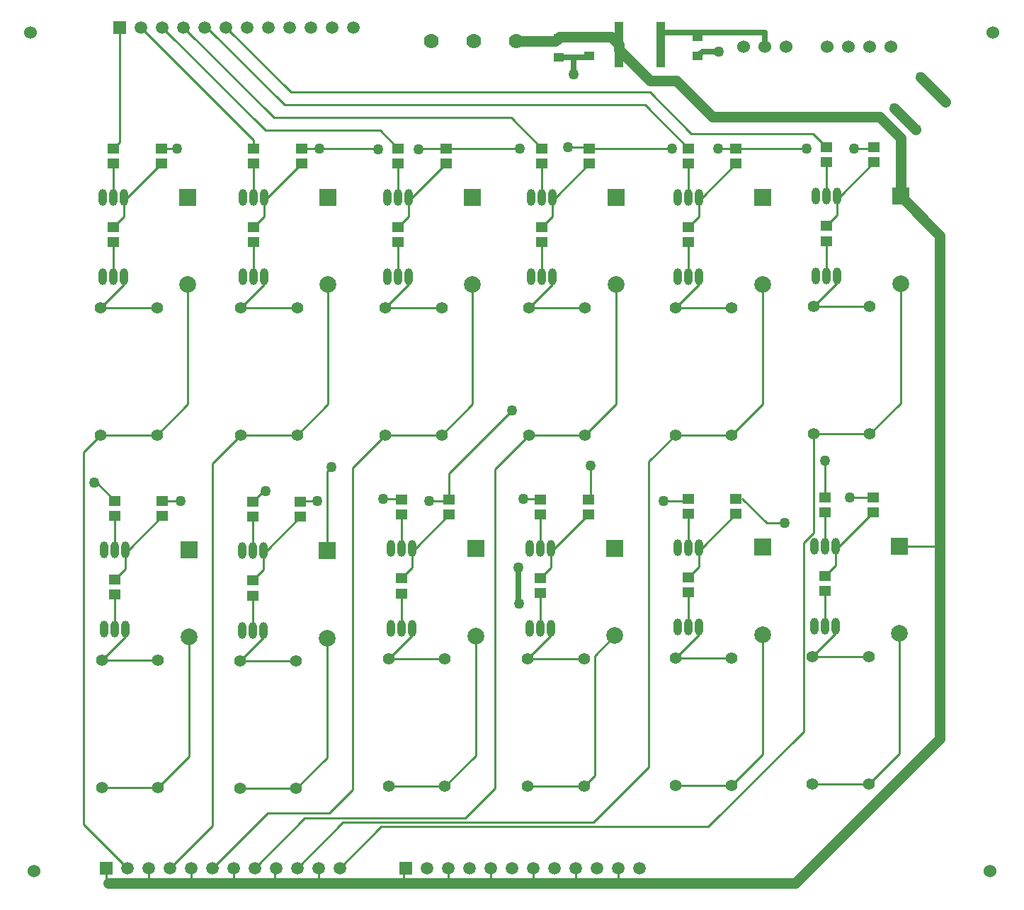
<source format=gtl>
G04 Layer_Physical_Order=1*
G04 Layer_Color=255*
%FSLAX25Y25*%
%MOIN*%
G70*
G01*
G75*
%ADD10R,0.05118X0.04331*%
%ADD11R,0.03937X0.21654*%
%ADD12R,0.05512X0.04724*%
%ADD13C,0.01000*%
%ADD14C,0.02500*%
%ADD15C,0.05000*%
%ADD16C,0.07000*%
%ADD17C,0.06000*%
%ADD18R,0.07874X0.07874*%
%ADD19C,0.07874*%
%ADD20C,0.05512*%
%ADD21O,0.03937X0.07874*%
%ADD22O,0.03937X0.07874*%
%ADD23R,0.05906X0.05906*%
%ADD24C,0.05906*%
%ADD25C,0.05000*%
D10*
X330000Y-16972D02*
D03*
Y-26028D02*
D03*
X264500Y-17472D02*
D03*
Y-26528D02*
D03*
X279000Y-16972D02*
D03*
Y-26028D02*
D03*
D11*
X312500Y-20500D02*
D03*
X292815D02*
D03*
D12*
X348000Y-69457D02*
D03*
Y-76543D02*
D03*
X325500Y-69457D02*
D03*
Y-76543D02*
D03*
X325500Y-106500D02*
D03*
Y-113587D02*
D03*
X211500Y-69457D02*
D03*
Y-76543D02*
D03*
X189000Y-69457D02*
D03*
Y-76543D02*
D03*
X189000Y-106500D02*
D03*
Y-113587D02*
D03*
X279000Y-69457D02*
D03*
Y-76543D02*
D03*
X256500Y-69457D02*
D03*
Y-76543D02*
D03*
X256500Y-106500D02*
D03*
Y-113587D02*
D03*
X143500Y-69457D02*
D03*
Y-76543D02*
D03*
X121000Y-69457D02*
D03*
Y-76543D02*
D03*
X121000Y-106500D02*
D03*
Y-113587D02*
D03*
X77500Y-69457D02*
D03*
Y-76543D02*
D03*
X55000Y-69457D02*
D03*
Y-76543D02*
D03*
X55000Y-106500D02*
D03*
Y-113587D02*
D03*
X55500Y-279587D02*
D03*
Y-272500D02*
D03*
X55500Y-242543D02*
D03*
Y-235457D02*
D03*
X78000Y-242543D02*
D03*
Y-235457D02*
D03*
X390500Y-113087D02*
D03*
Y-106000D02*
D03*
X390500Y-76043D02*
D03*
Y-68957D02*
D03*
X413000Y-76043D02*
D03*
Y-68957D02*
D03*
X190500Y-279087D02*
D03*
Y-272000D02*
D03*
X190500Y-242043D02*
D03*
Y-234957D02*
D03*
X213000Y-242043D02*
D03*
Y-234957D02*
D03*
X120500Y-280087D02*
D03*
Y-273000D02*
D03*
X120500Y-243043D02*
D03*
Y-235957D02*
D03*
X143000Y-243043D02*
D03*
Y-235957D02*
D03*
X390000Y-278043D02*
D03*
Y-270957D02*
D03*
X390000Y-241000D02*
D03*
Y-233913D02*
D03*
X412500Y-241000D02*
D03*
Y-233913D02*
D03*
X325500Y-278543D02*
D03*
Y-271457D02*
D03*
X325500Y-241500D02*
D03*
Y-234413D02*
D03*
X348000Y-241500D02*
D03*
Y-234413D02*
D03*
X256000Y-279043D02*
D03*
Y-271957D02*
D03*
X256000Y-242000D02*
D03*
Y-234913D02*
D03*
X278500Y-242000D02*
D03*
Y-234913D02*
D03*
D13*
X152000Y-69500D02*
X179913D01*
X143543D02*
X152000D01*
X180543Y-61000D02*
X189000Y-69457D01*
X213000Y-234957D02*
Y-222500D01*
X242500Y-193000D01*
X362500Y-246000D02*
X371000D01*
X350913Y-234413D02*
X362500Y-246000D01*
X379744Y-255339D02*
X384500Y-250583D01*
X379744Y-344256D02*
Y-255339D01*
X55000Y-69457D02*
X58000Y-66457D01*
X121000Y-69457D02*
Y-65500D01*
X242043Y-55000D02*
X256500Y-69457D01*
X384043Y-62500D02*
X390500Y-68957D01*
X279000Y-69457D02*
X317957D01*
X211500D02*
X246043D01*
X199043D02*
X211500D01*
X198500Y-70000D02*
X199043Y-69457D01*
X81500Y-408500D02*
X101500Y-388500D01*
Y-218000D01*
X115000Y-204500D01*
X101500Y-408500D02*
X127500Y-382500D01*
X156500D01*
X167500Y-371500D01*
Y-220000D01*
X183000Y-204500D01*
X121500Y-408500D02*
X145000Y-385000D01*
X220500D01*
X234500Y-371000D01*
Y-220500D01*
X250500Y-204500D01*
X141500Y-408500D02*
X163000Y-387000D01*
X281000D01*
X307000Y-361000D01*
X161500Y-408500D02*
X181000Y-389000D01*
X335000D01*
X379744Y-344256D01*
X384500Y-250583D02*
Y-204000D01*
X319500Y-144500D02*
X346000D01*
X319500Y-204500D02*
X346000D01*
X360500Y-190000D01*
X319500Y-144500D02*
X330500Y-133500D01*
X325500Y-106500D02*
X330500Y-101500D01*
X360500Y-190000D02*
Y-133591D01*
X325500Y-130043D02*
Y-113587D01*
X325500Y-92500D02*
Y-76543D01*
X330500Y-101500D02*
Y-92500D01*
X330500Y-133500D02*
Y-130043D01*
X183000Y-144500D02*
X209500D01*
X183000Y-204500D02*
X209500D01*
X195543Y-92500D02*
X211500Y-76543D01*
X183000Y-144500D02*
X194000Y-133500D01*
X189000Y-106500D02*
X194000Y-101500D01*
X189000Y-130043D02*
Y-113587D01*
X189000Y-92500D02*
Y-76543D01*
X194000Y-101500D02*
Y-92500D01*
X194000Y-133500D02*
Y-130043D01*
X250500Y-144500D02*
X277000D01*
X250500Y-204500D02*
X277000D01*
X263043Y-92500D02*
X279000Y-76543D01*
X277000Y-204500D02*
X291500Y-190000D01*
X250500Y-144500D02*
X261500Y-133500D01*
X256500Y-106500D02*
X261500Y-101500D01*
X291500Y-190000D02*
Y-133591D01*
X256500Y-130043D02*
Y-113587D01*
X256500Y-92500D02*
Y-76543D01*
X261500Y-101500D02*
Y-92500D01*
X261500Y-133500D02*
Y-130043D01*
X115000Y-144500D02*
X141500D01*
X115000Y-204500D02*
X141500D01*
X127543Y-92500D02*
X143500Y-76543D01*
X141500Y-204500D02*
X156000Y-190000D01*
X115000Y-144500D02*
X126000Y-133500D01*
X121000Y-106500D02*
X126000Y-101500D01*
X156000Y-190000D02*
Y-133591D01*
X121000Y-130043D02*
Y-113587D01*
X121000Y-92500D02*
Y-76543D01*
X126000Y-101500D02*
Y-92500D01*
X126000Y-133500D02*
Y-130043D01*
X49000Y-144500D02*
X75500D01*
X49000Y-204500D02*
X75500D01*
X61543Y-92500D02*
X77500Y-76543D01*
X75500Y-204500D02*
X90000Y-190000D01*
X49000Y-144500D02*
X60000Y-133500D01*
X55000Y-106500D02*
X60000Y-101500D01*
X90000Y-190000D02*
Y-133591D01*
X55000Y-130043D02*
Y-113587D01*
X55000Y-92500D02*
Y-76543D01*
X60000Y-101500D02*
Y-92500D01*
X60000Y-133500D02*
Y-130043D01*
X60500Y-299500D02*
Y-296043D01*
X60500Y-267500D02*
Y-258500D01*
X55500Y-258500D02*
Y-242543D01*
X55500Y-296043D02*
Y-279587D01*
X90500Y-356000D02*
Y-299590D01*
X55500Y-272500D02*
X60500Y-267500D01*
X49500Y-310500D02*
X60500Y-299500D01*
X76000Y-370500D02*
X90500Y-356000D01*
X62043Y-258500D02*
X78000Y-242543D01*
X49500Y-370500D02*
X76000D01*
X49500Y-310500D02*
X76000D01*
X395500Y-133000D02*
Y-129543D01*
X395500Y-101000D02*
Y-92000D01*
X390500Y-92000D02*
Y-76043D01*
X390500Y-129543D02*
Y-113087D01*
X425500Y-189500D02*
Y-133091D01*
X390500Y-106000D02*
X395500Y-101000D01*
X384500Y-144000D02*
X395500Y-133000D01*
X411000Y-204000D02*
X425500Y-189500D01*
X397043Y-92000D02*
X413000Y-76043D01*
X384500Y-204000D02*
X411000D01*
X384500Y-144000D02*
X411000D01*
X195500Y-299000D02*
Y-295543D01*
X195500Y-267000D02*
Y-258000D01*
X190500Y-258000D02*
Y-242043D01*
X190500Y-295543D02*
Y-279087D01*
X225500Y-355500D02*
Y-299091D01*
X190500Y-272000D02*
X195500Y-267000D01*
X184500Y-310000D02*
X195500Y-299000D01*
X211000Y-370000D02*
X225500Y-355500D01*
X197043Y-258000D02*
X213000Y-242043D01*
X184500Y-370000D02*
X211000D01*
X184500Y-310000D02*
X211000D01*
X125500Y-300000D02*
Y-296543D01*
X125500Y-268000D02*
Y-259000D01*
X120500Y-259000D02*
Y-243043D01*
X120500Y-296543D02*
Y-280087D01*
X155500Y-356500D02*
Y-300091D01*
X120500Y-273000D02*
X125500Y-268000D01*
X114500Y-311000D02*
X125500Y-300000D01*
X141000Y-371000D02*
X155500Y-356500D01*
X127043Y-259000D02*
X143000Y-243043D01*
X114500Y-371000D02*
X141000D01*
X114500Y-311000D02*
X141000D01*
X395000Y-297957D02*
Y-294500D01*
X395000Y-265957D02*
Y-256957D01*
X390000Y-256957D02*
Y-241000D01*
X390000Y-294500D02*
Y-278043D01*
X425000Y-354457D02*
Y-298047D01*
X390000Y-270957D02*
X395000Y-265957D01*
X384000Y-308957D02*
X395000Y-297957D01*
X410500Y-368957D02*
X425000Y-354457D01*
X396543Y-256957D02*
X412500Y-241000D01*
X384000Y-368957D02*
X410500D01*
X384000Y-308957D02*
X410500D01*
X330500Y-298457D02*
Y-295000D01*
X330500Y-266457D02*
Y-257457D01*
X325500Y-257457D02*
Y-241500D01*
X325500Y-295000D02*
Y-278543D01*
X360500Y-354957D02*
Y-298547D01*
X325500Y-271457D02*
X330500Y-266457D01*
X319500Y-309457D02*
X330500Y-298457D01*
X346000Y-369457D02*
X360500Y-354957D01*
X332043Y-257457D02*
X348000Y-241500D01*
X319500Y-369457D02*
X346000D01*
X319500Y-309457D02*
X346000D01*
X256000Y-257957D02*
Y-242000D01*
X256000Y-295500D02*
Y-279043D01*
X281500Y-364957D02*
Y-308547D01*
X276500Y-369957D02*
X281500Y-364957D01*
X262543Y-257957D02*
X278500Y-242000D01*
X250000Y-369957D02*
X276500D01*
X250000Y-309957D02*
X276500D01*
X281500Y-308547D02*
X291000Y-299047D01*
X261000Y-266957D02*
Y-257957D01*
X256000Y-271957D02*
X261000Y-266957D01*
X250000Y-309957D02*
X261000Y-298957D01*
Y-295500D01*
X209500Y-204500D02*
X224000Y-190000D01*
Y-133591D01*
X58000Y-66457D02*
Y-12500D01*
X68000D02*
X121000Y-65500D01*
X78000Y-12500D02*
X126500Y-61000D01*
X180543D01*
X88000Y-12500D02*
X130500Y-55000D01*
X242043D01*
X98000Y-12500D02*
X99000D01*
X135500Y-49000D01*
X305043D01*
X325500Y-69457D01*
X108000Y-12500D02*
X138500Y-43000D01*
X307500D01*
X327000Y-62500D01*
X384043D01*
X118000Y-13000D02*
Y-12500D01*
X157500D02*
X158000D01*
X155500Y-221500D02*
X157500Y-219500D01*
X155500Y-258910D02*
Y-221500D01*
X332043Y-92500D02*
X348000Y-76543D01*
X77500Y-69457D02*
X77543Y-69500D01*
X85000D01*
X179413Y-70000D02*
X179913Y-69500D01*
X278543Y-69000D02*
X279000Y-69457D01*
X269000Y-69000D02*
X278543D01*
X381000Y-69500D02*
X381043Y-69457D01*
X339500Y-69500D02*
X381000D01*
X403500D02*
X412457D01*
X413000Y-68957D01*
X41000Y-212500D02*
X49000Y-204500D01*
X41000Y-388000D02*
X61500Y-408500D01*
X41000Y-388000D02*
Y-212500D01*
X46000Y-227000D02*
X47043D01*
X55500Y-235457D01*
X78000D02*
X86457D01*
X125457Y-231000D02*
X126500D01*
X120500Y-235957D02*
X125457Y-231000D01*
X143457Y-235500D02*
X151000D01*
X143000Y-235957D02*
X143457Y-235500D01*
X182000Y-234500D02*
X190043D01*
X190500Y-234957D01*
X203500Y-235500D02*
X212457D01*
X213000Y-234957D01*
X248000Y-234500D02*
X255587D01*
X256000Y-234913D01*
X279500Y-233913D02*
Y-219000D01*
X278500Y-234913D02*
X279500Y-233913D01*
X307000Y-217000D02*
X319500Y-204500D01*
X307000Y-361000D02*
Y-217000D01*
X314000Y-235500D02*
X324413D01*
X325500Y-234413D01*
X390000Y-233913D02*
Y-216500D01*
X390000Y-233913D02*
X390000Y-233913D01*
X401500Y-234000D02*
X412413D01*
X412500Y-233913D01*
X71500Y-415000D02*
Y-408500D01*
X91500Y-415000D02*
Y-408500D01*
X51500Y-415000D02*
Y-408500D01*
X111500Y-415000D02*
Y-408500D01*
X131000Y-415000D02*
Y-409000D01*
X151500Y-415000D02*
Y-408500D01*
X292500Y-415000D02*
Y-408500D01*
X212500Y-415000D02*
Y-408500D01*
X232500Y-415000D02*
Y-408500D01*
X252500Y-415000D02*
Y-408500D01*
X272500Y-415000D02*
Y-408500D01*
X191500Y-415000D02*
Y-408000D01*
X425000Y-256866D02*
X443866D01*
D14*
X313250Y-14750D02*
X361500D01*
Y-23000D02*
Y-14750D01*
X332028Y-24000D02*
X340000D01*
X330000Y-26028D02*
X332028Y-24000D01*
X278500Y-26528D02*
X279000Y-26028D01*
X271500Y-34500D02*
Y-26528D01*
X264500D02*
X271500D01*
X278500D01*
X432500Y-60500D02*
X433000D01*
X245500Y-283500D02*
Y-267000D01*
Y-283500D02*
X246000Y-284000D01*
D15*
X244500Y-19000D02*
X262972D01*
X289287Y-16972D02*
X292815Y-20500D01*
Y-22815D02*
Y-20500D01*
Y-22815D02*
X307500Y-37500D01*
X320000D01*
X337000Y-54500D01*
X415500D01*
X425500Y-64500D01*
Y-91909D02*
Y-64500D01*
X262972Y-19000D02*
X264500Y-17472D01*
X265000Y-16972D01*
X279000D01*
X289287D01*
X425500Y-91909D02*
X444000Y-110409D01*
X376000Y-415500D02*
X444000Y-347500D01*
X52500Y-415500D02*
X376000D01*
X444000Y-347500D02*
Y-110409D01*
X422500Y-50500D02*
X432500Y-60500D01*
X435000Y-36000D02*
X446500Y-47500D01*
D16*
X204500Y-19000D02*
D03*
X224500D02*
D03*
X244500D02*
D03*
D17*
X351500Y-21500D02*
D03*
X361500D02*
D03*
X371500D02*
D03*
X391000D02*
D03*
X401000D02*
D03*
X411000D02*
D03*
X421000D02*
D03*
X469000Y-15000D02*
D03*
X467500Y-410000D02*
D03*
X17500D02*
D03*
X16000Y-15000D02*
D03*
D18*
X360500Y-92409D02*
D03*
X224000D02*
D03*
X291500D02*
D03*
X156000D02*
D03*
X90000D02*
D03*
X90500Y-258410D02*
D03*
X425500Y-91909D02*
D03*
X225500Y-257909D02*
D03*
X155500Y-258910D02*
D03*
X425000Y-256866D02*
D03*
X360500Y-257366D02*
D03*
X291000Y-257866D02*
D03*
D19*
X360500Y-133591D02*
D03*
X224000D02*
D03*
X291500D02*
D03*
X156000D02*
D03*
X90000D02*
D03*
X90500Y-299590D02*
D03*
X425500Y-133091D02*
D03*
X225500Y-299091D02*
D03*
X155500Y-300091D02*
D03*
X425000Y-298047D02*
D03*
X360500Y-298547D02*
D03*
X291000Y-299047D02*
D03*
D20*
X346000Y-144500D02*
D03*
Y-204500D02*
D03*
X319500Y-144500D02*
D03*
Y-204500D02*
D03*
X209500Y-144500D02*
D03*
Y-204500D02*
D03*
X183000Y-144500D02*
D03*
Y-204500D02*
D03*
X277000Y-144500D02*
D03*
Y-204500D02*
D03*
X250500Y-144500D02*
D03*
Y-204500D02*
D03*
X141500Y-144500D02*
D03*
Y-204500D02*
D03*
X115000Y-144500D02*
D03*
Y-204500D02*
D03*
X75500Y-144500D02*
D03*
Y-204500D02*
D03*
X49000Y-144500D02*
D03*
Y-204500D02*
D03*
X49500Y-370500D02*
D03*
Y-310500D02*
D03*
X76000Y-370500D02*
D03*
Y-310500D02*
D03*
X384500Y-204000D02*
D03*
Y-144000D02*
D03*
X411000Y-204000D02*
D03*
Y-144000D02*
D03*
X184500Y-370000D02*
D03*
Y-310000D02*
D03*
X211000Y-370000D02*
D03*
Y-310000D02*
D03*
X114500Y-371000D02*
D03*
Y-311000D02*
D03*
X141000Y-371000D02*
D03*
Y-311000D02*
D03*
X384000Y-368957D02*
D03*
Y-308957D02*
D03*
X410500Y-368957D02*
D03*
Y-308957D02*
D03*
X319500Y-369457D02*
D03*
Y-309457D02*
D03*
X346000Y-369457D02*
D03*
Y-309457D02*
D03*
X250000Y-369957D02*
D03*
Y-309957D02*
D03*
X276500Y-369957D02*
D03*
Y-309957D02*
D03*
D21*
X320500Y-92500D02*
D03*
X330500D02*
D03*
X320500Y-130043D02*
D03*
X330500D02*
D03*
X184000Y-92500D02*
D03*
X194000D02*
D03*
X184000Y-130043D02*
D03*
X194000D02*
D03*
X251500Y-92500D02*
D03*
X261500D02*
D03*
X251500Y-130043D02*
D03*
X261500D02*
D03*
X116000Y-92500D02*
D03*
X126000D02*
D03*
X116000Y-130043D02*
D03*
X126000D02*
D03*
X50000Y-92500D02*
D03*
X60000D02*
D03*
X50000Y-130043D02*
D03*
X60000D02*
D03*
X60500Y-296043D02*
D03*
X50500D02*
D03*
X60500Y-258500D02*
D03*
X50500D02*
D03*
X395500Y-129543D02*
D03*
X385500D02*
D03*
X395500Y-92000D02*
D03*
X385500D02*
D03*
X195500Y-295543D02*
D03*
X185500D02*
D03*
X195500Y-258000D02*
D03*
X185500D02*
D03*
X125500Y-296543D02*
D03*
X115500D02*
D03*
X125500Y-259000D02*
D03*
X115500D02*
D03*
X395000Y-294500D02*
D03*
X385000D02*
D03*
X395000Y-256957D02*
D03*
X385000D02*
D03*
X330500Y-295000D02*
D03*
X320500D02*
D03*
X330500Y-257457D02*
D03*
X320500D02*
D03*
X261000Y-295500D02*
D03*
X251000D02*
D03*
X261000Y-257957D02*
D03*
X251000D02*
D03*
D22*
X325500Y-92500D02*
D03*
X325500Y-130043D02*
D03*
X189000Y-92500D02*
D03*
X189000Y-130043D02*
D03*
X256500Y-92500D02*
D03*
X256500Y-130043D02*
D03*
X121000Y-92500D02*
D03*
X121000Y-130043D02*
D03*
X55000Y-92500D02*
D03*
X55000Y-130043D02*
D03*
X55500Y-296043D02*
D03*
X55500Y-258500D02*
D03*
X390500Y-129543D02*
D03*
X390500Y-92000D02*
D03*
X190500Y-295543D02*
D03*
X190500Y-258000D02*
D03*
X120500Y-296543D02*
D03*
X120500Y-259000D02*
D03*
X390000Y-294500D02*
D03*
X390000Y-256957D02*
D03*
X325500Y-295000D02*
D03*
X325500Y-257457D02*
D03*
X256000Y-295500D02*
D03*
X256000Y-257957D02*
D03*
D23*
X58000Y-12500D02*
D03*
X51500Y-408500D02*
D03*
X192500D02*
D03*
D24*
X68000Y-12500D02*
D03*
X78000D02*
D03*
X88000D02*
D03*
X98000D02*
D03*
X108000D02*
D03*
X118000D02*
D03*
X128000D02*
D03*
X138000D02*
D03*
X148000D02*
D03*
X158000D02*
D03*
X168000D02*
D03*
X61500Y-408500D02*
D03*
X71500D02*
D03*
X81500D02*
D03*
X91500D02*
D03*
X101500D02*
D03*
X111500D02*
D03*
X121500D02*
D03*
X131500D02*
D03*
X141500D02*
D03*
X151500D02*
D03*
X161500D02*
D03*
X202500D02*
D03*
X212500D02*
D03*
X222500D02*
D03*
X232500D02*
D03*
X242500D02*
D03*
X252500D02*
D03*
X262500D02*
D03*
X272500D02*
D03*
X282500D02*
D03*
X292500D02*
D03*
X302500D02*
D03*
D25*
X242500Y-193000D02*
D03*
X371000Y-246000D02*
D03*
X381043Y-69457D02*
D03*
X317957D02*
D03*
X246043D02*
D03*
X198500Y-70000D02*
D03*
X179413D02*
D03*
X157500Y-219500D02*
D03*
X85000Y-69500D02*
D03*
X152000D02*
D03*
X269000Y-69000D02*
D03*
X339500Y-69500D02*
D03*
X403500D02*
D03*
X46000Y-227000D02*
D03*
X86500Y-235500D02*
D03*
X126500Y-231000D02*
D03*
X151000Y-235500D02*
D03*
X182000Y-234500D02*
D03*
X203500Y-235500D02*
D03*
X248000Y-234500D02*
D03*
X279500Y-219000D02*
D03*
X314000Y-235500D02*
D03*
X390000Y-216500D02*
D03*
X401500Y-234000D02*
D03*
X340000Y-24000D02*
D03*
X271500Y-34500D02*
D03*
X435000Y-36000D02*
D03*
X422500Y-50500D02*
D03*
X433000Y-60500D02*
D03*
X245500Y-267000D02*
D03*
X246000Y-284000D02*
D03*
X446500Y-47500D02*
D03*
M02*

</source>
